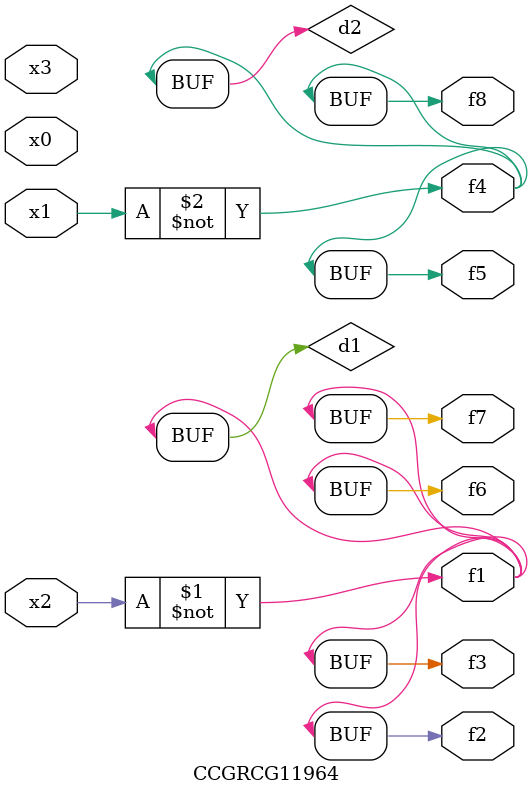
<source format=v>
module CCGRCG11964(
	input x0, x1, x2, x3,
	output f1, f2, f3, f4, f5, f6, f7, f8
);

	wire d1, d2;

	xnor (d1, x2);
	not (d2, x1);
	assign f1 = d1;
	assign f2 = d1;
	assign f3 = d1;
	assign f4 = d2;
	assign f5 = d2;
	assign f6 = d1;
	assign f7 = d1;
	assign f8 = d2;
endmodule

</source>
